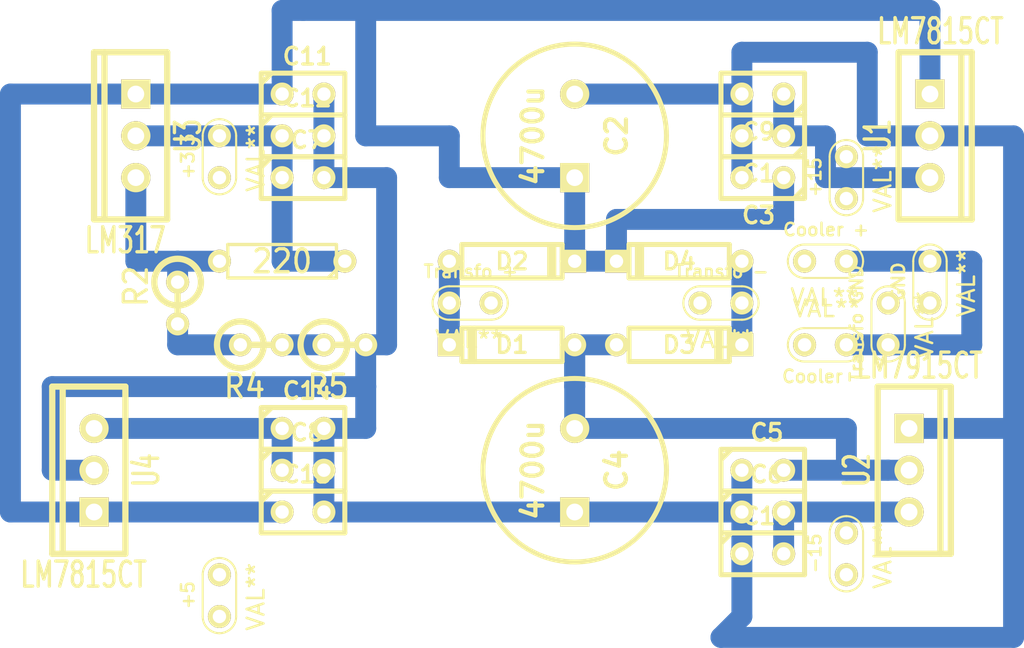
<source format=kicad_pcb>
(kicad_pcb (version 3) (host pcbnew "(2013-07-07 BZR 4022)-stable")

  (general
    (links 44)
    (no_connects 0)
    (area 189.865 71.2724 250.127346 106.5276)
    (thickness 1.6)
    (drawings 0)
    (tracks 89)
    (zones 0)
    (modules 36)
    (nets 13)
  )

  (page A3)
  (layers
    (15 F.Cu signal)
    (0 B.Cu signal)
    (16 B.Adhes user)
    (17 F.Adhes user)
    (18 B.Paste user)
    (19 F.Paste user)
    (20 B.SilkS user)
    (21 F.SilkS user)
    (22 B.Mask user)
    (23 F.Mask user)
    (24 Dwgs.User user)
    (25 Cmts.User user)
    (26 Eco1.User user)
    (27 Eco2.User user)
    (28 Edge.Cuts user)
  )

  (setup
    (last_trace_width 1.27)
    (user_trace_width 1.27)
    (trace_clearance 0.254)
    (zone_clearance 0.508)
    (zone_45_only no)
    (trace_min 0.254)
    (segment_width 0.2)
    (edge_width 0.1)
    (via_size 0.889)
    (via_drill 0.635)
    (via_min_size 0.889)
    (via_min_drill 0.508)
    (uvia_size 0.508)
    (uvia_drill 0.127)
    (uvias_allowed no)
    (uvia_min_size 0.508)
    (uvia_min_drill 0.127)
    (pcb_text_width 0.3)
    (pcb_text_size 1.5 1.5)
    (mod_edge_width 0.15)
    (mod_text_size 1 1)
    (mod_text_width 0.15)
    (pad_size 1.5 1.5)
    (pad_drill 0.6)
    (pad_to_mask_clearance 0)
    (aux_axis_origin 0 0)
    (visible_elements 7FFFFFFF)
    (pcbplotparams
      (layerselection 3178497)
      (usegerberextensions true)
      (excludeedgelayer true)
      (linewidth 0.150000)
      (plotframeref false)
      (viasonmask false)
      (mode 1)
      (useauxorigin false)
      (hpglpennumber 1)
      (hpglpenspeed 20)
      (hpglpendiameter 15)
      (hpglpenoverlay 2)
      (psnegative false)
      (psa4output false)
      (plotreference true)
      (plotvalue true)
      (plotothertext true)
      (plotinvisibletext false)
      (padsonsilk false)
      (subtractmaskfromsilk false)
      (outputformat 1)
      (mirror false)
      (drillshape 1)
      (scaleselection 1)
      (outputdirectory ""))
  )

  (net 0 "")
  (net 1 /+15)
  (net 2 /+3.3)
  (net 3 /+5)
  (net 4 /-15)
  (net 5 /-V)
  (net 6 "/Tranfo +")
  (net 7 "/Tranfo -")
  (net 8 GND)
  (net 9 N-000003)
  (net 10 N-000005)
  (net 11 N-000006)
  (net 12 N-000007)

  (net_class Default "This is the default net class."
    (clearance 0.254)
    (trace_width 0.254)
    (via_dia 0.889)
    (via_drill 0.635)
    (uvia_dia 0.508)
    (uvia_drill 0.127)
    (add_net "")
    (add_net /+15)
    (add_net /+3.3)
    (add_net /+5)
    (add_net /-15)
    (add_net /-V)
    (add_net "/Tranfo +")
    (add_net "/Tranfo -")
    (add_net GND)
    (add_net N-000003)
    (add_net N-000005)
    (add_net N-000006)
    (add_net N-000007)
  )

  (module TO220_VERT (layer F.Cu) (tedit 5335A60D) (tstamp 53333927)
    (at 190.5 99.06 180)
    (descr "Regulateur TO220 serie LM78xx")
    (tags "TR TO220")
    (path /532C79C7)
    (fp_text reference U4 (at -3.175 0 270) (layer F.SilkS)
      (effects (font (size 1.524 1.016) (thickness 0.2032)))
    )
    (fp_text value LM7815CT (at 0.635 -6.35 180) (layer F.SilkS)
      (effects (font (size 1.524 1.016) (thickness 0.2032)))
    )
    (fp_line (start 1.905 -5.08) (end 2.54 -5.08) (layer F.SilkS) (width 0.381))
    (fp_line (start 2.54 -5.08) (end 2.54 5.08) (layer F.SilkS) (width 0.381))
    (fp_line (start 2.54 5.08) (end 1.905 5.08) (layer F.SilkS) (width 0.381))
    (fp_line (start -1.905 -5.08) (end 1.905 -5.08) (layer F.SilkS) (width 0.381))
    (fp_line (start 1.905 -5.08) (end 1.905 5.08) (layer F.SilkS) (width 0.381))
    (fp_line (start 1.905 5.08) (end -1.905 5.08) (layer F.SilkS) (width 0.381))
    (fp_line (start -1.905 5.08) (end -1.905 -5.08) (layer F.SilkS) (width 0.381))
    (pad 2 thru_hole circle (at 0 0 180) (size 1.778 1.778) (drill 1.016)
      (layers *.Cu *.Mask F.SilkS)
      (net 8 GND)
    )
    (pad 3 thru_hole circle (at 0 2.54 180) (size 1.778 1.778) (drill 1.016)
      (layers *.Cu *.Mask F.SilkS)
      (net 3 /+5)
    )
    (pad 1 thru_hole rect (at 0 -2.54 180) (size 1.778 1.778) (drill 1.016)
      (layers *.Cu *.Mask F.SilkS)
      (net 9 N-000003)
    )
  )

  (module TO220_VERT (layer F.Cu) (tedit 5335A6BE) (tstamp 53333935)
    (at 240.03 99.06)
    (descr "Regulateur TO220 serie LM78xx")
    (tags "TR TO220")
    (path /532C69D0)
    (fp_text reference U2 (at -3.175 0 90) (layer F.SilkS)
      (effects (font (size 1.524 1.016) (thickness 0.2032)))
    )
    (fp_text value LM7915CT (at 0.635 -6.35) (layer F.SilkS)
      (effects (font (size 1.524 1.016) (thickness 0.2032)))
    )
    (fp_line (start 1.905 -5.08) (end 2.54 -5.08) (layer F.SilkS) (width 0.381))
    (fp_line (start 2.54 -5.08) (end 2.54 5.08) (layer F.SilkS) (width 0.381))
    (fp_line (start 2.54 5.08) (end 1.905 5.08) (layer F.SilkS) (width 0.381))
    (fp_line (start -1.905 -5.08) (end 1.905 -5.08) (layer F.SilkS) (width 0.381))
    (fp_line (start 1.905 -5.08) (end 1.905 5.08) (layer F.SilkS) (width 0.381))
    (fp_line (start 1.905 5.08) (end -1.905 5.08) (layer F.SilkS) (width 0.381))
    (fp_line (start -1.905 5.08) (end -1.905 -5.08) (layer F.SilkS) (width 0.381))
    (pad 2 thru_hole circle (at 0 0) (size 1.778 1.778) (drill 1.016)
      (layers *.Cu *.Mask F.SilkS)
      (net 5 /-V)
    )
    (pad 3 thru_hole circle (at 0 2.54) (size 1.778 1.778) (drill 1.016)
      (layers *.Cu *.Mask F.SilkS)
      (net 4 /-15)
    )
    (pad 1 thru_hole rect (at 0 -2.54) (size 1.778 1.778) (drill 1.016)
      (layers *.Cu *.Mask F.SilkS)
      (net 8 GND)
    )
  )

  (module TO220_VERT (layer F.Cu) (tedit 5335A63C) (tstamp 53333943)
    (at 241.3 78.74)
    (descr "Regulateur TO220 serie LM78xx")
    (tags "TR TO220")
    (path /532C69C1)
    (fp_text reference U1 (at -3.175 0 90) (layer F.SilkS)
      (effects (font (size 1.524 1.016) (thickness 0.2032)))
    )
    (fp_text value LM7815CT (at 0.635 -6.35) (layer F.SilkS)
      (effects (font (size 1.524 1.016) (thickness 0.2032)))
    )
    (fp_line (start 1.905 -5.08) (end 2.54 -5.08) (layer F.SilkS) (width 0.381))
    (fp_line (start 2.54 -5.08) (end 2.54 5.08) (layer F.SilkS) (width 0.381))
    (fp_line (start 2.54 5.08) (end 1.905 5.08) (layer F.SilkS) (width 0.381))
    (fp_line (start -1.905 -5.08) (end 1.905 -5.08) (layer F.SilkS) (width 0.381))
    (fp_line (start 1.905 -5.08) (end 1.905 5.08) (layer F.SilkS) (width 0.381))
    (fp_line (start 1.905 5.08) (end -1.905 5.08) (layer F.SilkS) (width 0.381))
    (fp_line (start -1.905 5.08) (end -1.905 -5.08) (layer F.SilkS) (width 0.381))
    (pad 2 thru_hole circle (at 0 0) (size 1.778 1.778) (drill 1.016)
      (layers *.Cu *.Mask F.SilkS)
      (net 8 GND)
    )
    (pad 3 thru_hole circle (at 0 2.54) (size 1.778 1.778) (drill 1.016)
      (layers *.Cu *.Mask F.SilkS)
      (net 1 /+15)
    )
    (pad 1 thru_hole rect (at 0 -2.54) (size 1.778 1.778) (drill 1.016)
      (layers *.Cu *.Mask F.SilkS)
      (net 9 N-000003)
    )
  )

  (module TO220_VERT (layer F.Cu) (tedit 43A66C96) (tstamp 53333951)
    (at 193.04 78.74 180)
    (descr "Regulateur TO220 serie LM78xx")
    (tags "TR TO220")
    (path /532C69B2)
    (fp_text reference U3 (at -3.175 0 270) (layer F.SilkS)
      (effects (font (size 1.524 1.016) (thickness 0.2032)))
    )
    (fp_text value LM317 (at 0.635 -6.35 180) (layer F.SilkS)
      (effects (font (size 1.524 1.016) (thickness 0.2032)))
    )
    (fp_line (start 1.905 -5.08) (end 2.54 -5.08) (layer F.SilkS) (width 0.381))
    (fp_line (start 2.54 -5.08) (end 2.54 5.08) (layer F.SilkS) (width 0.381))
    (fp_line (start 2.54 5.08) (end 1.905 5.08) (layer F.SilkS) (width 0.381))
    (fp_line (start -1.905 -5.08) (end 1.905 -5.08) (layer F.SilkS) (width 0.381))
    (fp_line (start 1.905 -5.08) (end 1.905 5.08) (layer F.SilkS) (width 0.381))
    (fp_line (start 1.905 5.08) (end -1.905 5.08) (layer F.SilkS) (width 0.381))
    (fp_line (start -1.905 5.08) (end -1.905 -5.08) (layer F.SilkS) (width 0.381))
    (pad 2 thru_hole circle (at 0 -2.54 180) (size 1.778 1.778) (drill 1.016)
      (layers *.Cu *.Mask F.SilkS)
      (net 11 N-000006)
    )
    (pad 3 thru_hole circle (at 0 0 180) (size 1.778 1.778) (drill 1.016)
      (layers *.Cu *.Mask F.SilkS)
      (net 2 /+3.3)
    )
    (pad 1 thru_hole rect (at 0 2.54 180) (size 1.778 1.778) (drill 1.016)
      (layers *.Cu *.Mask F.SilkS)
      (net 9 N-000003)
    )
  )

  (module R3 (layer F.Cu) (tedit 5333404C) (tstamp 5333395F)
    (at 201.93 86.36 180)
    (descr "Resitance 3 pas")
    (tags R)
    (path /532C6DA5)
    (autoplace_cost180 10)
    (fp_text reference R1 (at 0 0.127 180) (layer F.SilkS) hide
      (effects (font (size 1.397 1.27) (thickness 0.2032)))
    )
    (fp_text value 220 (at 0 0 180) (layer F.SilkS)
      (effects (font (size 1.397 1.27) (thickness 0.2032)))
    )
    (fp_line (start -3.81 0) (end -3.302 0) (layer F.SilkS) (width 0.2032))
    (fp_line (start 3.81 0) (end 3.302 0) (layer F.SilkS) (width 0.2032))
    (fp_line (start 3.302 0) (end 3.302 -1.016) (layer F.SilkS) (width 0.2032))
    (fp_line (start 3.302 -1.016) (end -3.302 -1.016) (layer F.SilkS) (width 0.2032))
    (fp_line (start -3.302 -1.016) (end -3.302 1.016) (layer F.SilkS) (width 0.2032))
    (fp_line (start -3.302 1.016) (end 3.302 1.016) (layer F.SilkS) (width 0.2032))
    (fp_line (start 3.302 1.016) (end 3.302 0) (layer F.SilkS) (width 0.2032))
    (fp_line (start -3.302 -0.508) (end -2.794 -1.016) (layer F.SilkS) (width 0.2032))
    (pad 1 thru_hole circle (at -3.81 0 180) (size 1.397 1.397) (drill 0.8128)
      (layers *.Cu *.Mask F.SilkS)
      (net 2 /+3.3)
    )
    (pad 2 thru_hole circle (at 3.81 0 180) (size 1.397 1.397) (drill 0.8128)
      (layers *.Cu *.Mask F.SilkS)
      (net 11 N-000006)
    )
    (model discret/resistor.wrl
      (at (xyz 0 0 0))
      (scale (xyz 0.3 0.3 0.3))
      (rotate (xyz 0 0 0))
    )
  )

  (module R1 (layer F.Cu) (tedit 200000) (tstamp 53333967)
    (at 205.74 91.44)
    (descr "Resistance verticale")
    (tags R)
    (path /532CAD1F)
    (autoplace_cost90 10)
    (autoplace_cost180 10)
    (fp_text reference R5 (at -1.016 2.54) (layer F.SilkS)
      (effects (font (size 1.397 1.27) (thickness 0.2032)))
    )
    (fp_text value 120 (at -1.143 2.54) (layer F.SilkS) hide
      (effects (font (size 1.397 1.27) (thickness 0.2032)))
    )
    (fp_line (start -1.27 0) (end 1.27 0) (layer F.SilkS) (width 0.381))
    (fp_circle (center -1.27 0) (end -0.635 1.27) (layer F.SilkS) (width 0.381))
    (pad 1 thru_hole circle (at -1.27 0) (size 1.397 1.397) (drill 0.8128)
      (layers *.Cu *.Mask F.SilkS)
      (net 12 N-000007)
    )
    (pad 2 thru_hole circle (at 1.27 0) (size 1.397 1.397) (drill 0.8128)
      (layers *.Cu *.Mask F.SilkS)
      (net 8 GND)
    )
    (model discret/verti_resistor.wrl
      (at (xyz 0 0 0))
      (scale (xyz 1 1 1))
      (rotate (xyz 0 0 0))
    )
  )

  (module R1 (layer F.Cu) (tedit 200000) (tstamp 5333396F)
    (at 200.66 91.44)
    (descr "Resistance verticale")
    (tags R)
    (path /532CAD19)
    (autoplace_cost90 10)
    (autoplace_cost180 10)
    (fp_text reference R4 (at -1.016 2.54) (layer F.SilkS)
      (effects (font (size 1.397 1.27) (thickness 0.2032)))
    )
    (fp_text value 120 (at -1.143 2.54) (layer F.SilkS) hide
      (effects (font (size 1.397 1.27) (thickness 0.2032)))
    )
    (fp_line (start -1.27 0) (end 1.27 0) (layer F.SilkS) (width 0.381))
    (fp_circle (center -1.27 0) (end -0.635 1.27) (layer F.SilkS) (width 0.381))
    (pad 1 thru_hole circle (at -1.27 0) (size 1.397 1.397) (drill 0.8128)
      (layers *.Cu *.Mask F.SilkS)
      (net 10 N-000005)
    )
    (pad 2 thru_hole circle (at 1.27 0) (size 1.397 1.397) (drill 0.8128)
      (layers *.Cu *.Mask F.SilkS)
      (net 12 N-000007)
    )
    (model discret/verti_resistor.wrl
      (at (xyz 0 0 0))
      (scale (xyz 1 1 1))
      (rotate (xyz 0 0 0))
    )
  )

  (module R1 (layer F.Cu) (tedit 200000) (tstamp 53333977)
    (at 195.58 88.9 270)
    (descr "Resistance verticale")
    (tags R)
    (path /532C6D9F)
    (autoplace_cost90 10)
    (autoplace_cost180 10)
    (fp_text reference R2 (at -1.016 2.54 270) (layer F.SilkS)
      (effects (font (size 1.397 1.27) (thickness 0.2032)))
    )
    (fp_text value 120 (at -1.143 2.54 270) (layer F.SilkS) hide
      (effects (font (size 1.397 1.27) (thickness 0.2032)))
    )
    (fp_line (start -1.27 0) (end 1.27 0) (layer F.SilkS) (width 0.381))
    (fp_circle (center -1.27 0) (end -0.635 1.27) (layer F.SilkS) (width 0.381))
    (pad 1 thru_hole circle (at -1.27 0 270) (size 1.397 1.397) (drill 0.8128)
      (layers *.Cu *.Mask F.SilkS)
      (net 11 N-000006)
    )
    (pad 2 thru_hole circle (at 1.27 0 270) (size 1.397 1.397) (drill 0.8128)
      (layers *.Cu *.Mask F.SilkS)
      (net 10 N-000005)
    )
    (model discret/verti_resistor.wrl
      (at (xyz 0 0 0))
      (scale (xyz 1 1 1))
      (rotate (xyz 0 0 0))
    )
  )

  (module D3 (layer F.Cu) (tedit 200000) (tstamp 53333987)
    (at 215.9 86.36)
    (descr "Diode 3 pas")
    (tags "DIODE DEV")
    (path /532C68E5)
    (fp_text reference D2 (at 0 0) (layer F.SilkS)
      (effects (font (size 1.016 1.016) (thickness 0.2032)))
    )
    (fp_text value DIODE (at 0 0) (layer F.SilkS) hide
      (effects (font (size 1.016 1.016) (thickness 0.2032)))
    )
    (fp_line (start 3.81 0) (end 3.048 0) (layer F.SilkS) (width 0.3048))
    (fp_line (start 3.048 0) (end 3.048 -1.016) (layer F.SilkS) (width 0.3048))
    (fp_line (start 3.048 -1.016) (end -3.048 -1.016) (layer F.SilkS) (width 0.3048))
    (fp_line (start -3.048 -1.016) (end -3.048 0) (layer F.SilkS) (width 0.3048))
    (fp_line (start -3.048 0) (end -3.81 0) (layer F.SilkS) (width 0.3048))
    (fp_line (start -3.048 0) (end -3.048 1.016) (layer F.SilkS) (width 0.3048))
    (fp_line (start -3.048 1.016) (end 3.048 1.016) (layer F.SilkS) (width 0.3048))
    (fp_line (start 3.048 1.016) (end 3.048 0) (layer F.SilkS) (width 0.3048))
    (fp_line (start 2.54 -1.016) (end 2.54 1.016) (layer F.SilkS) (width 0.3048))
    (fp_line (start 2.286 1.016) (end 2.286 -1.016) (layer F.SilkS) (width 0.3048))
    (pad 2 thru_hole rect (at 3.81 0) (size 1.397 1.397) (drill 0.8128)
      (layers *.Cu *.Mask F.SilkS)
      (net 9 N-000003)
    )
    (pad 1 thru_hole circle (at -3.81 0) (size 1.397 1.397) (drill 0.8128)
      (layers *.Cu *.Mask F.SilkS)
      (net 6 "/Tranfo +")
    )
    (model discret/diode.wrl
      (at (xyz 0 0 0))
      (scale (xyz 0.3 0.3 0.3))
      (rotate (xyz 0 0 0))
    )
  )

  (module D3 (layer F.Cu) (tedit 200000) (tstamp 53333997)
    (at 226.06 91.44)
    (descr "Diode 3 pas")
    (tags "DIODE DEV")
    (path /532C690D)
    (fp_text reference D3 (at 0 0) (layer F.SilkS)
      (effects (font (size 1.016 1.016) (thickness 0.2032)))
    )
    (fp_text value DIODE (at 0 0) (layer F.SilkS) hide
      (effects (font (size 1.016 1.016) (thickness 0.2032)))
    )
    (fp_line (start 3.81 0) (end 3.048 0) (layer F.SilkS) (width 0.3048))
    (fp_line (start 3.048 0) (end 3.048 -1.016) (layer F.SilkS) (width 0.3048))
    (fp_line (start 3.048 -1.016) (end -3.048 -1.016) (layer F.SilkS) (width 0.3048))
    (fp_line (start -3.048 -1.016) (end -3.048 0) (layer F.SilkS) (width 0.3048))
    (fp_line (start -3.048 0) (end -3.81 0) (layer F.SilkS) (width 0.3048))
    (fp_line (start -3.048 0) (end -3.048 1.016) (layer F.SilkS) (width 0.3048))
    (fp_line (start -3.048 1.016) (end 3.048 1.016) (layer F.SilkS) (width 0.3048))
    (fp_line (start 3.048 1.016) (end 3.048 0) (layer F.SilkS) (width 0.3048))
    (fp_line (start 2.54 -1.016) (end 2.54 1.016) (layer F.SilkS) (width 0.3048))
    (fp_line (start 2.286 1.016) (end 2.286 -1.016) (layer F.SilkS) (width 0.3048))
    (pad 2 thru_hole rect (at 3.81 0) (size 1.397 1.397) (drill 0.8128)
      (layers *.Cu *.Mask F.SilkS)
      (net 7 "/Tranfo -")
    )
    (pad 1 thru_hole circle (at -3.81 0) (size 1.397 1.397) (drill 0.8128)
      (layers *.Cu *.Mask F.SilkS)
      (net 5 /-V)
    )
    (model discret/diode.wrl
      (at (xyz 0 0 0))
      (scale (xyz 0.3 0.3 0.3))
      (rotate (xyz 0 0 0))
    )
  )

  (module D3 (layer F.Cu) (tedit 53333BBC) (tstamp 533339A7)
    (at 215.9 91.44 180)
    (descr "Diode 3 pas")
    (tags "DIODE DEV")
    (path /532C6907)
    (fp_text reference D1 (at 0 0 180) (layer F.SilkS)
      (effects (font (size 1.016 1.016) (thickness 0.2032)))
    )
    (fp_text value DIODE (at 0 0 180) (layer F.SilkS) hide
      (effects (font (size 1.016 1.016) (thickness 0.2032)))
    )
    (fp_line (start 3.81 0) (end 3.048 0) (layer F.SilkS) (width 0.3048))
    (fp_line (start 3.048 0) (end 3.048 -1.016) (layer F.SilkS) (width 0.3048))
    (fp_line (start 3.048 -1.016) (end -3.048 -1.016) (layer F.SilkS) (width 0.3048))
    (fp_line (start -3.048 -1.016) (end -3.048 0) (layer F.SilkS) (width 0.3048))
    (fp_line (start -3.048 0) (end -3.81 0) (layer F.SilkS) (width 0.3048))
    (fp_line (start -3.048 0) (end -3.048 1.016) (layer F.SilkS) (width 0.3048))
    (fp_line (start -3.048 1.016) (end 3.048 1.016) (layer F.SilkS) (width 0.3048))
    (fp_line (start 3.048 1.016) (end 3.048 0) (layer F.SilkS) (width 0.3048))
    (fp_line (start 2.54 -1.016) (end 2.54 1.016) (layer F.SilkS) (width 0.3048))
    (fp_line (start 2.286 1.016) (end 2.286 -1.016) (layer F.SilkS) (width 0.3048))
    (pad 2 thru_hole rect (at 3.81 0 180) (size 1.397 1.397) (drill 0.8128)
      (layers *.Cu *.Mask F.SilkS)
      (net 6 "/Tranfo +")
    )
    (pad 1 thru_hole circle (at -3.81 0 180) (size 1.397 1.397) (drill 0.8128)
      (layers *.Cu *.Mask F.SilkS)
      (net 5 /-V)
    )
    (model discret/diode.wrl
      (at (xyz 0 0 0))
      (scale (xyz 0.3 0.3 0.3))
      (rotate (xyz 0 0 0))
    )
  )

  (module D3 (layer F.Cu) (tedit 200000) (tstamp 533339B7)
    (at 226.06 86.36 180)
    (descr "Diode 3 pas")
    (tags "DIODE DEV")
    (path /532C68F7)
    (fp_text reference D4 (at 0 0 180) (layer F.SilkS)
      (effects (font (size 1.016 1.016) (thickness 0.2032)))
    )
    (fp_text value DIODE (at 0 0 180) (layer F.SilkS) hide
      (effects (font (size 1.016 1.016) (thickness 0.2032)))
    )
    (fp_line (start 3.81 0) (end 3.048 0) (layer F.SilkS) (width 0.3048))
    (fp_line (start 3.048 0) (end 3.048 -1.016) (layer F.SilkS) (width 0.3048))
    (fp_line (start 3.048 -1.016) (end -3.048 -1.016) (layer F.SilkS) (width 0.3048))
    (fp_line (start -3.048 -1.016) (end -3.048 0) (layer F.SilkS) (width 0.3048))
    (fp_line (start -3.048 0) (end -3.81 0) (layer F.SilkS) (width 0.3048))
    (fp_line (start -3.048 0) (end -3.048 1.016) (layer F.SilkS) (width 0.3048))
    (fp_line (start -3.048 1.016) (end 3.048 1.016) (layer F.SilkS) (width 0.3048))
    (fp_line (start 3.048 1.016) (end 3.048 0) (layer F.SilkS) (width 0.3048))
    (fp_line (start 2.54 -1.016) (end 2.54 1.016) (layer F.SilkS) (width 0.3048))
    (fp_line (start 2.286 1.016) (end 2.286 -1.016) (layer F.SilkS) (width 0.3048))
    (pad 2 thru_hole rect (at 3.81 0 180) (size 1.397 1.397) (drill 0.8128)
      (layers *.Cu *.Mask F.SilkS)
      (net 9 N-000003)
    )
    (pad 1 thru_hole circle (at -3.81 0 180) (size 1.397 1.397) (drill 0.8128)
      (layers *.Cu *.Mask F.SilkS)
      (net 7 "/Tranfo -")
    )
    (model discret/diode.wrl
      (at (xyz 0 0 0))
      (scale (xyz 0.3 0.3 0.3))
      (rotate (xyz 0 0 0))
    )
  )

  (module C1 (layer F.Cu) (tedit 3F92C496) (tstamp 533339D8)
    (at 203.2 76.2)
    (descr "Condensateur e = 1 pas")
    (tags C)
    (path /53333A82)
    (fp_text reference C11 (at 0.254 -2.286) (layer F.SilkS)
      (effects (font (size 1.016 1.016) (thickness 0.2032)))
    )
    (fp_text value 100n (at 0 -2.286) (layer F.SilkS) hide
      (effects (font (size 1.016 1.016) (thickness 0.2032)))
    )
    (fp_line (start -2.4892 -1.27) (end 2.54 -1.27) (layer F.SilkS) (width 0.3048))
    (fp_line (start 2.54 -1.27) (end 2.54 1.27) (layer F.SilkS) (width 0.3048))
    (fp_line (start 2.54 1.27) (end -2.54 1.27) (layer F.SilkS) (width 0.3048))
    (fp_line (start -2.54 1.27) (end -2.54 -1.27) (layer F.SilkS) (width 0.3048))
    (fp_line (start -2.54 -0.635) (end -1.905 -1.27) (layer F.SilkS) (width 0.3048))
    (pad 1 thru_hole circle (at -1.27 0) (size 1.397 1.397) (drill 0.8128)
      (layers *.Cu *.Mask F.SilkS)
      (net 9 N-000003)
    )
    (pad 2 thru_hole circle (at 1.27 0) (size 1.397 1.397) (drill 0.8128)
      (layers *.Cu *.Mask F.SilkS)
      (net 8 GND)
    )
    (model discret/capa_1_pas.wrl
      (at (xyz 0 0 0))
      (scale (xyz 1 1 1))
      (rotate (xyz 0 0 0))
    )
  )

  (module C1 (layer F.Cu) (tedit 3F92C496) (tstamp 533339E3)
    (at 203.2 96.52)
    (descr "Condensateur e = 1 pas")
    (tags C)
    (path /5333399B)
    (fp_text reference C14 (at 0.254 -2.286) (layer F.SilkS)
      (effects (font (size 1.016 1.016) (thickness 0.2032)))
    )
    (fp_text value 0.1u (at 0 -2.286) (layer F.SilkS) hide
      (effects (font (size 1.016 1.016) (thickness 0.2032)))
    )
    (fp_line (start -2.4892 -1.27) (end 2.54 -1.27) (layer F.SilkS) (width 0.3048))
    (fp_line (start 2.54 -1.27) (end 2.54 1.27) (layer F.SilkS) (width 0.3048))
    (fp_line (start 2.54 1.27) (end -2.54 1.27) (layer F.SilkS) (width 0.3048))
    (fp_line (start -2.54 1.27) (end -2.54 -1.27) (layer F.SilkS) (width 0.3048))
    (fp_line (start -2.54 -0.635) (end -1.905 -1.27) (layer F.SilkS) (width 0.3048))
    (pad 1 thru_hole circle (at -1.27 0) (size 1.397 1.397) (drill 0.8128)
      (layers *.Cu *.Mask F.SilkS)
      (net 3 /+5)
    )
    (pad 2 thru_hole circle (at 1.27 0) (size 1.397 1.397) (drill 0.8128)
      (layers *.Cu *.Mask F.SilkS)
      (net 8 GND)
    )
    (model discret/capa_1_pas.wrl
      (at (xyz 0 0 0))
      (scale (xyz 1 1 1))
      (rotate (xyz 0 0 0))
    )
  )

  (module C1 (layer F.Cu) (tedit 3F92C496) (tstamp 533339EE)
    (at 203.2 78.74)
    (descr "Condensateur e = 1 pas")
    (tags C)
    (path /53333875)
    (fp_text reference C12 (at 0.254 -2.286) (layer F.SilkS)
      (effects (font (size 1.016 1.016) (thickness 0.2032)))
    )
    (fp_text value 0.1u (at 0 -2.286) (layer F.SilkS) hide
      (effects (font (size 1.016 1.016) (thickness 0.2032)))
    )
    (fp_line (start -2.4892 -1.27) (end 2.54 -1.27) (layer F.SilkS) (width 0.3048))
    (fp_line (start 2.54 -1.27) (end 2.54 1.27) (layer F.SilkS) (width 0.3048))
    (fp_line (start 2.54 1.27) (end -2.54 1.27) (layer F.SilkS) (width 0.3048))
    (fp_line (start -2.54 1.27) (end -2.54 -1.27) (layer F.SilkS) (width 0.3048))
    (fp_line (start -2.54 -0.635) (end -1.905 -1.27) (layer F.SilkS) (width 0.3048))
    (pad 1 thru_hole circle (at -1.27 0) (size 1.397 1.397) (drill 0.8128)
      (layers *.Cu *.Mask F.SilkS)
      (net 2 /+3.3)
    )
    (pad 2 thru_hole circle (at 1.27 0) (size 1.397 1.397) (drill 0.8128)
      (layers *.Cu *.Mask F.SilkS)
      (net 8 GND)
    )
    (model discret/capa_1_pas.wrl
      (at (xyz 0 0 0))
      (scale (xyz 1 1 1))
      (rotate (xyz 0 0 0))
    )
  )

  (module C1 (layer F.Cu) (tedit 3F92C496) (tstamp 533339F9)
    (at 231.14 104.14)
    (descr "Condensateur e = 1 pas")
    (tags C)
    (path /533337EA)
    (fp_text reference C10 (at 0.254 -2.286) (layer F.SilkS)
      (effects (font (size 1.016 1.016) (thickness 0.2032)))
    )
    (fp_text value 0.1u (at 0 -2.286) (layer F.SilkS) hide
      (effects (font (size 1.016 1.016) (thickness 0.2032)))
    )
    (fp_line (start -2.4892 -1.27) (end 2.54 -1.27) (layer F.SilkS) (width 0.3048))
    (fp_line (start 2.54 -1.27) (end 2.54 1.27) (layer F.SilkS) (width 0.3048))
    (fp_line (start 2.54 1.27) (end -2.54 1.27) (layer F.SilkS) (width 0.3048))
    (fp_line (start -2.54 1.27) (end -2.54 -1.27) (layer F.SilkS) (width 0.3048))
    (fp_line (start -2.54 -0.635) (end -1.905 -1.27) (layer F.SilkS) (width 0.3048))
    (pad 1 thru_hole circle (at -1.27 0) (size 1.397 1.397) (drill 0.8128)
      (layers *.Cu *.Mask F.SilkS)
      (net 8 GND)
    )
    (pad 2 thru_hole circle (at 1.27 0) (size 1.397 1.397) (drill 0.8128)
      (layers *.Cu *.Mask F.SilkS)
      (net 4 /-15)
    )
    (model discret/capa_1_pas.wrl
      (at (xyz 0 0 0))
      (scale (xyz 1 1 1))
      (rotate (xyz 0 0 0))
    )
  )

  (module C1 (layer F.Cu) (tedit 3F92C496) (tstamp 53333A04)
    (at 231.14 76.2 180)
    (descr "Condensateur e = 1 pas")
    (tags C)
    (path /53333765)
    (fp_text reference C9 (at 0.254 -2.286 180) (layer F.SilkS)
      (effects (font (size 1.016 1.016) (thickness 0.2032)))
    )
    (fp_text value 0.1u (at 0 -2.286 180) (layer F.SilkS) hide
      (effects (font (size 1.016 1.016) (thickness 0.2032)))
    )
    (fp_line (start -2.4892 -1.27) (end 2.54 -1.27) (layer F.SilkS) (width 0.3048))
    (fp_line (start 2.54 -1.27) (end 2.54 1.27) (layer F.SilkS) (width 0.3048))
    (fp_line (start 2.54 1.27) (end -2.54 1.27) (layer F.SilkS) (width 0.3048))
    (fp_line (start -2.54 1.27) (end -2.54 -1.27) (layer F.SilkS) (width 0.3048))
    (fp_line (start -2.54 -0.635) (end -1.905 -1.27) (layer F.SilkS) (width 0.3048))
    (pad 1 thru_hole circle (at -1.27 0 180) (size 1.397 1.397) (drill 0.8128)
      (layers *.Cu *.Mask F.SilkS)
      (net 1 /+15)
    )
    (pad 2 thru_hole circle (at 1.27 0 180) (size 1.397 1.397) (drill 0.8128)
      (layers *.Cu *.Mask F.SilkS)
      (net 8 GND)
    )
    (model discret/capa_1_pas.wrl
      (at (xyz 0 0 0))
      (scale (xyz 1 1 1))
      (rotate (xyz 0 0 0))
    )
  )

  (module C1 (layer F.Cu) (tedit 3F92C496) (tstamp 53333A0F)
    (at 203.2 101.6)
    (descr "Condensateur e = 1 pas")
    (tags C)
    (path /53333B18)
    (fp_text reference C13 (at 0.254 -2.286) (layer F.SilkS)
      (effects (font (size 1.016 1.016) (thickness 0.2032)))
    )
    (fp_text value 100n (at 0 -2.286) (layer F.SilkS) hide
      (effects (font (size 1.016 1.016) (thickness 0.2032)))
    )
    (fp_line (start -2.4892 -1.27) (end 2.54 -1.27) (layer F.SilkS) (width 0.3048))
    (fp_line (start 2.54 -1.27) (end 2.54 1.27) (layer F.SilkS) (width 0.3048))
    (fp_line (start 2.54 1.27) (end -2.54 1.27) (layer F.SilkS) (width 0.3048))
    (fp_line (start -2.54 1.27) (end -2.54 -1.27) (layer F.SilkS) (width 0.3048))
    (fp_line (start -2.54 -0.635) (end -1.905 -1.27) (layer F.SilkS) (width 0.3048))
    (pad 1 thru_hole circle (at -1.27 0) (size 1.397 1.397) (drill 0.8128)
      (layers *.Cu *.Mask F.SilkS)
      (net 9 N-000003)
    )
    (pad 2 thru_hole circle (at 1.27 0) (size 1.397 1.397) (drill 0.8128)
      (layers *.Cu *.Mask F.SilkS)
      (net 8 GND)
    )
    (model discret/capa_1_pas.wrl
      (at (xyz 0 0 0))
      (scale (xyz 1 1 1))
      (rotate (xyz 0 0 0))
    )
  )

  (module C1 (layer F.Cu) (tedit 3F92C496) (tstamp 53333A1A)
    (at 203.2 99.06)
    (descr "Condensateur e = 1 pas")
    (tags C)
    (path /532C6BF1)
    (fp_text reference C8 (at 0.254 -2.286) (layer F.SilkS)
      (effects (font (size 1.016 1.016) (thickness 0.2032)))
    )
    (fp_text value 100u (at 0 -2.286) (layer F.SilkS) hide
      (effects (font (size 1.016 1.016) (thickness 0.2032)))
    )
    (fp_line (start -2.4892 -1.27) (end 2.54 -1.27) (layer F.SilkS) (width 0.3048))
    (fp_line (start 2.54 -1.27) (end 2.54 1.27) (layer F.SilkS) (width 0.3048))
    (fp_line (start 2.54 1.27) (end -2.54 1.27) (layer F.SilkS) (width 0.3048))
    (fp_line (start -2.54 1.27) (end -2.54 -1.27) (layer F.SilkS) (width 0.3048))
    (fp_line (start -2.54 -0.635) (end -1.905 -1.27) (layer F.SilkS) (width 0.3048))
    (pad 1 thru_hole circle (at -1.27 0) (size 1.397 1.397) (drill 0.8128)
      (layers *.Cu *.Mask F.SilkS)
      (net 3 /+5)
    )
    (pad 2 thru_hole circle (at 1.27 0) (size 1.397 1.397) (drill 0.8128)
      (layers *.Cu *.Mask F.SilkS)
      (net 8 GND)
    )
    (model discret/capa_1_pas.wrl
      (at (xyz 0 0 0))
      (scale (xyz 1 1 1))
      (rotate (xyz 0 0 0))
    )
  )

  (module C1 (layer F.Cu) (tedit 3F92C496) (tstamp 53333A25)
    (at 203.2 81.28)
    (descr "Condensateur e = 1 pas")
    (tags C)
    (path /532C6BEB)
    (fp_text reference C7 (at 0.254 -2.286) (layer F.SilkS)
      (effects (font (size 1.016 1.016) (thickness 0.2032)))
    )
    (fp_text value 100u (at 0 -2.286) (layer F.SilkS) hide
      (effects (font (size 1.016 1.016) (thickness 0.2032)))
    )
    (fp_line (start -2.4892 -1.27) (end 2.54 -1.27) (layer F.SilkS) (width 0.3048))
    (fp_line (start 2.54 -1.27) (end 2.54 1.27) (layer F.SilkS) (width 0.3048))
    (fp_line (start 2.54 1.27) (end -2.54 1.27) (layer F.SilkS) (width 0.3048))
    (fp_line (start -2.54 1.27) (end -2.54 -1.27) (layer F.SilkS) (width 0.3048))
    (fp_line (start -2.54 -0.635) (end -1.905 -1.27) (layer F.SilkS) (width 0.3048))
    (pad 1 thru_hole circle (at -1.27 0) (size 1.397 1.397) (drill 0.8128)
      (layers *.Cu *.Mask F.SilkS)
      (net 2 /+3.3)
    )
    (pad 2 thru_hole circle (at 1.27 0) (size 1.397 1.397) (drill 0.8128)
      (layers *.Cu *.Mask F.SilkS)
      (net 8 GND)
    )
    (model discret/capa_1_pas.wrl
      (at (xyz 0 0 0))
      (scale (xyz 1 1 1))
      (rotate (xyz 0 0 0))
    )
  )

  (module C1 (layer F.Cu) (tedit 3F92C496) (tstamp 53333A30)
    (at 231.14 101.6)
    (descr "Condensateur e = 1 pas")
    (tags C)
    (path /532C6B59)
    (fp_text reference C6 (at 0.254 -2.286) (layer F.SilkS)
      (effects (font (size 1.016 1.016) (thickness 0.2032)))
    )
    (fp_text value 100u (at 0 -2.286) (layer F.SilkS) hide
      (effects (font (size 1.016 1.016) (thickness 0.2032)))
    )
    (fp_line (start -2.4892 -1.27) (end 2.54 -1.27) (layer F.SilkS) (width 0.3048))
    (fp_line (start 2.54 -1.27) (end 2.54 1.27) (layer F.SilkS) (width 0.3048))
    (fp_line (start 2.54 1.27) (end -2.54 1.27) (layer F.SilkS) (width 0.3048))
    (fp_line (start -2.54 1.27) (end -2.54 -1.27) (layer F.SilkS) (width 0.3048))
    (fp_line (start -2.54 -0.635) (end -1.905 -1.27) (layer F.SilkS) (width 0.3048))
    (pad 1 thru_hole circle (at -1.27 0) (size 1.397 1.397) (drill 0.8128)
      (layers *.Cu *.Mask F.SilkS)
      (net 8 GND)
    )
    (pad 2 thru_hole circle (at 1.27 0) (size 1.397 1.397) (drill 0.8128)
      (layers *.Cu *.Mask F.SilkS)
      (net 4 /-15)
    )
    (model discret/capa_1_pas.wrl
      (at (xyz 0 0 0))
      (scale (xyz 1 1 1))
      (rotate (xyz 0 0 0))
    )
  )

  (module C1 (layer F.Cu) (tedit 3F92C496) (tstamp 53333A3B)
    (at 231.14 78.74 180)
    (descr "Condensateur e = 1 pas")
    (tags C)
    (path /532C6B53)
    (fp_text reference C1 (at 0.254 -2.286 180) (layer F.SilkS)
      (effects (font (size 1.016 1.016) (thickness 0.2032)))
    )
    (fp_text value 100u (at 0 -2.286 180) (layer F.SilkS) hide
      (effects (font (size 1.016 1.016) (thickness 0.2032)))
    )
    (fp_line (start -2.4892 -1.27) (end 2.54 -1.27) (layer F.SilkS) (width 0.3048))
    (fp_line (start 2.54 -1.27) (end 2.54 1.27) (layer F.SilkS) (width 0.3048))
    (fp_line (start 2.54 1.27) (end -2.54 1.27) (layer F.SilkS) (width 0.3048))
    (fp_line (start -2.54 1.27) (end -2.54 -1.27) (layer F.SilkS) (width 0.3048))
    (fp_line (start -2.54 -0.635) (end -1.905 -1.27) (layer F.SilkS) (width 0.3048))
    (pad 1 thru_hole circle (at -1.27 0 180) (size 1.397 1.397) (drill 0.8128)
      (layers *.Cu *.Mask F.SilkS)
      (net 1 /+15)
    )
    (pad 2 thru_hole circle (at 1.27 0 180) (size 1.397 1.397) (drill 0.8128)
      (layers *.Cu *.Mask F.SilkS)
      (net 8 GND)
    )
    (model discret/capa_1_pas.wrl
      (at (xyz 0 0 0))
      (scale (xyz 1 1 1))
      (rotate (xyz 0 0 0))
    )
  )

  (module C1 (layer F.Cu) (tedit 3F92C496) (tstamp 53333A46)
    (at 231.14 99.06)
    (descr "Condensateur e = 1 pas")
    (tags C)
    (path /532C696D)
    (fp_text reference C5 (at 0.254 -2.286) (layer F.SilkS)
      (effects (font (size 1.016 1.016) (thickness 0.2032)))
    )
    (fp_text value 100n (at 0 -2.286) (layer F.SilkS) hide
      (effects (font (size 1.016 1.016) (thickness 0.2032)))
    )
    (fp_line (start -2.4892 -1.27) (end 2.54 -1.27) (layer F.SilkS) (width 0.3048))
    (fp_line (start 2.54 -1.27) (end 2.54 1.27) (layer F.SilkS) (width 0.3048))
    (fp_line (start 2.54 1.27) (end -2.54 1.27) (layer F.SilkS) (width 0.3048))
    (fp_line (start -2.54 1.27) (end -2.54 -1.27) (layer F.SilkS) (width 0.3048))
    (fp_line (start -2.54 -0.635) (end -1.905 -1.27) (layer F.SilkS) (width 0.3048))
    (pad 1 thru_hole circle (at -1.27 0) (size 1.397 1.397) (drill 0.8128)
      (layers *.Cu *.Mask F.SilkS)
      (net 8 GND)
    )
    (pad 2 thru_hole circle (at 1.27 0) (size 1.397 1.397) (drill 0.8128)
      (layers *.Cu *.Mask F.SilkS)
      (net 5 /-V)
    )
    (model discret/capa_1_pas.wrl
      (at (xyz 0 0 0))
      (scale (xyz 1 1 1))
      (rotate (xyz 0 0 0))
    )
  )

  (module C1 (layer F.Cu) (tedit 3F92C496) (tstamp 53333A51)
    (at 231.14 81.28 180)
    (descr "Condensateur e = 1 pas")
    (tags C)
    (path /532C6967)
    (fp_text reference C3 (at 0.254 -2.286 180) (layer F.SilkS)
      (effects (font (size 1.016 1.016) (thickness 0.2032)))
    )
    (fp_text value 100n (at 0 -2.286 180) (layer F.SilkS) hide
      (effects (font (size 1.016 1.016) (thickness 0.2032)))
    )
    (fp_line (start -2.4892 -1.27) (end 2.54 -1.27) (layer F.SilkS) (width 0.3048))
    (fp_line (start 2.54 -1.27) (end 2.54 1.27) (layer F.SilkS) (width 0.3048))
    (fp_line (start 2.54 1.27) (end -2.54 1.27) (layer F.SilkS) (width 0.3048))
    (fp_line (start -2.54 1.27) (end -2.54 -1.27) (layer F.SilkS) (width 0.3048))
    (fp_line (start -2.54 -0.635) (end -1.905 -1.27) (layer F.SilkS) (width 0.3048))
    (pad 1 thru_hole circle (at -1.27 0 180) (size 1.397 1.397) (drill 0.8128)
      (layers *.Cu *.Mask F.SilkS)
      (net 9 N-000003)
    )
    (pad 2 thru_hole circle (at 1.27 0 180) (size 1.397 1.397) (drill 0.8128)
      (layers *.Cu *.Mask F.SilkS)
      (net 8 GND)
    )
    (model discret/capa_1_pas.wrl
      (at (xyz 0 0 0))
      (scale (xyz 1 1 1))
      (rotate (xyz 0 0 0))
    )
  )

  (module C2V10 (layer F.Cu) (tedit 5333408D) (tstamp 53333CB0)
    (at 219.71 78.74 90)
    (descr "Condensateur polarise")
    (tags CP)
    (path /532C6954)
    (fp_text reference C2 (at 0 2.54 90) (layer F.SilkS)
      (effects (font (size 1.27 1.27) (thickness 0.254)))
    )
    (fp_text value 4700u (at 0 -2.54 90) (layer F.SilkS)
      (effects (font (size 1.27 1.27) (thickness 0.254)))
    )
    (fp_circle (center 0 0) (end 4.826 -2.794) (layer F.SilkS) (width 0.3048))
    (pad 1 thru_hole rect (at -2.54 0 90) (size 1.778 1.778) (drill 1.016)
      (layers *.Cu *.Mask F.SilkS)
      (net 9 N-000003)
    )
    (pad 2 thru_hole circle (at 2.54 0 90) (size 1.778 1.778) (drill 1.016)
      (layers *.Cu *.Mask F.SilkS)
      (net 8 GND)
    )
    (model discret/c_vert_c2v10.wrl
      (at (xyz 0 0 0))
      (scale (xyz 1 1 1))
      (rotate (xyz 0 0 0))
    )
  )

  (module C2V10 (layer F.Cu) (tedit 53333CB5) (tstamp 53333CB7)
    (at 219.71 99.06 90)
    (descr "Condensateur polarise")
    (tags CP)
    (path /532C6961)
    (fp_text reference C4 (at 0 2.54 90) (layer F.SilkS)
      (effects (font (size 1.27 1.27) (thickness 0.254)))
    )
    (fp_text value 4700u (at 0 -2.54 90) (layer F.SilkS)
      (effects (font (size 1.27 1.27) (thickness 0.254)))
    )
    (fp_circle (center 0 0) (end 4.826 -2.794) (layer F.SilkS) (width 0.3048))
    (pad 1 thru_hole rect (at -2.54 0 90) (size 1.778 1.778) (drill 1.016)
      (layers *.Cu *.Mask F.SilkS)
      (net 8 GND)
    )
    (pad 2 thru_hole circle (at 2.54 0 90) (size 1.778 1.778) (drill 1.016)
      (layers *.Cu *.Mask F.SilkS)
      (net 5 /-V)
    )
    (model discret/c_vert_c2v10.wrl
      (at (xyz 0 0 0))
      (scale (xyz 1 1 1))
      (rotate (xyz 0 0 0))
    )
  )

  (module TEST_POINT_2PADS (layer F.Cu) (tedit 533456D5) (tstamp 5334B316)
    (at 236.22 81.28 90)
    (descr "Connecteurs 2 pins")
    (tags "CONN DEV")
    (path /47BD3A9D/4D6E599A)
    (fp_text reference +15 (at 0.03048 -1.92024 90) (layer F.SilkS)
      (effects (font (size 0.762 0.762) (thickness 0.1524)))
    )
    (fp_text value VAL** (at -0.07112 2.2098 90) (layer F.SilkS)
      (effects (font (size 1.016 1.016) (thickness 0.1524)))
    )
    (fp_line (start 1.27 1.016) (end -1.27 1.016) (layer F.SilkS) (width 0.127))
    (fp_line (start 1.27 -1.016) (end -1.27 -1.016) (layer F.SilkS) (width 0.127))
    (fp_arc (start 1.27 0) (end 2.286 0) (angle 90) (layer F.SilkS) (width 0.127))
    (fp_arc (start 1.27 0) (end 1.27 -1.016) (angle 90) (layer F.SilkS) (width 0.127))
    (fp_arc (start -1.27 0) (end -1.27 1.016) (angle 90) (layer F.SilkS) (width 0.127))
    (fp_arc (start -1.27 0) (end -2.286 0) (angle 90) (layer F.SilkS) (width 0.127))
    (pad 1 thru_hole circle (at -1.27 0 90) (size 1.397 1.397) (drill 0.8128)
      (layers *.Cu *.Mask F.SilkS)
    )
    (pad 2 thru_hole circle (at 1.27 0 90) (size 1.397 1.397) (drill 0.8128)
      (layers *.Cu *.Mask F.SilkS)
    )
    (model connectors\testpoint_2pads.wrl
      (at (xyz 0 0 0))
      (scale (xyz 1 1 1))
      (rotate (xyz 0 0 0))
    )
  )

  (module TEST_POINT_2PADS (layer F.Cu) (tedit 533456E6) (tstamp 5334B32E)
    (at 236.22 104.14 90)
    (descr "Connecteurs 2 pins")
    (tags "CONN DEV")
    (path /47BD3A9D/4D6E599A)
    (fp_text reference -15 (at 0.03048 -1.92024 90) (layer F.SilkS)
      (effects (font (size 0.762 0.762) (thickness 0.1524)))
    )
    (fp_text value VAL** (at -0.07112 2.2098 90) (layer F.SilkS)
      (effects (font (size 1.016 1.016) (thickness 0.1524)))
    )
    (fp_line (start 1.27 1.016) (end -1.27 1.016) (layer F.SilkS) (width 0.127))
    (fp_line (start 1.27 -1.016) (end -1.27 -1.016) (layer F.SilkS) (width 0.127))
    (fp_arc (start 1.27 0) (end 2.286 0) (angle 90) (layer F.SilkS) (width 0.127))
    (fp_arc (start 1.27 0) (end 1.27 -1.016) (angle 90) (layer F.SilkS) (width 0.127))
    (fp_arc (start -1.27 0) (end -1.27 1.016) (angle 90) (layer F.SilkS) (width 0.127))
    (fp_arc (start -1.27 0) (end -2.286 0) (angle 90) (layer F.SilkS) (width 0.127))
    (pad 1 thru_hole circle (at -1.27 0 90) (size 1.397 1.397) (drill 0.8128)
      (layers *.Cu *.Mask F.SilkS)
    )
    (pad 2 thru_hole circle (at 1.27 0 90) (size 1.397 1.397) (drill 0.8128)
      (layers *.Cu *.Mask F.SilkS)
    )
    (model connectors\testpoint_2pads.wrl
      (at (xyz 0 0 0))
      (scale (xyz 1 1 1))
      (rotate (xyz 0 0 0))
    )
  )

  (module TEST_POINT_2PADS (layer F.Cu) (tedit 533456F2) (tstamp 5334B345)
    (at 241.3 87.63 90)
    (descr "Connecteurs 2 pins")
    (tags "CONN DEV")
    (path /47BD3A9D/4D6E599A)
    (fp_text reference GND (at 0.03048 -1.92024 90) (layer F.SilkS)
      (effects (font (size 0.762 0.762) (thickness 0.1524)))
    )
    (fp_text value VAL** (at -0.07112 2.2098 90) (layer F.SilkS)
      (effects (font (size 1.016 1.016) (thickness 0.1524)))
    )
    (fp_line (start 1.27 1.016) (end -1.27 1.016) (layer F.SilkS) (width 0.127))
    (fp_line (start 1.27 -1.016) (end -1.27 -1.016) (layer F.SilkS) (width 0.127))
    (fp_arc (start 1.27 0) (end 2.286 0) (angle 90) (layer F.SilkS) (width 0.127))
    (fp_arc (start 1.27 0) (end 1.27 -1.016) (angle 90) (layer F.SilkS) (width 0.127))
    (fp_arc (start -1.27 0) (end -1.27 1.016) (angle 90) (layer F.SilkS) (width 0.127))
    (fp_arc (start -1.27 0) (end -2.286 0) (angle 90) (layer F.SilkS) (width 0.127))
    (pad 1 thru_hole circle (at -1.27 0 90) (size 1.397 1.397) (drill 0.8128)
      (layers *.Cu *.Mask F.SilkS)
    )
    (pad 2 thru_hole circle (at 1.27 0 90) (size 1.397 1.397) (drill 0.8128)
      (layers *.Cu *.Mask F.SilkS)
    )
    (model connectors\testpoint_2pads.wrl
      (at (xyz 0 0 0))
      (scale (xyz 1 1 1))
      (rotate (xyz 0 0 0))
    )
  )

  (module TEST_POINT_2PADS (layer F.Cu) (tedit 533456FF) (tstamp 5334B35C)
    (at 198.12 106.68 90)
    (descr "Connecteurs 2 pins")
    (tags "CONN DEV")
    (path /47BD3A9D/4D6E599A)
    (fp_text reference +5 (at 0.03048 -1.92024 90) (layer F.SilkS)
      (effects (font (size 0.762 0.762) (thickness 0.1524)))
    )
    (fp_text value VAL** (at -0.07112 2.2098 90) (layer F.SilkS)
      (effects (font (size 1.016 1.016) (thickness 0.1524)))
    )
    (fp_line (start 1.27 1.016) (end -1.27 1.016) (layer F.SilkS) (width 0.127))
    (fp_line (start 1.27 -1.016) (end -1.27 -1.016) (layer F.SilkS) (width 0.127))
    (fp_arc (start 1.27 0) (end 2.286 0) (angle 90) (layer F.SilkS) (width 0.127))
    (fp_arc (start 1.27 0) (end 1.27 -1.016) (angle 90) (layer F.SilkS) (width 0.127))
    (fp_arc (start -1.27 0) (end -1.27 1.016) (angle 90) (layer F.SilkS) (width 0.127))
    (fp_arc (start -1.27 0) (end -2.286 0) (angle 90) (layer F.SilkS) (width 0.127))
    (pad 1 thru_hole circle (at -1.27 0 90) (size 1.397 1.397) (drill 0.8128)
      (layers *.Cu *.Mask F.SilkS)
    )
    (pad 2 thru_hole circle (at 1.27 0 90) (size 1.397 1.397) (drill 0.8128)
      (layers *.Cu *.Mask F.SilkS)
    )
    (model connectors\testpoint_2pads.wrl
      (at (xyz 0 0 0))
      (scale (xyz 1 1 1))
      (rotate (xyz 0 0 0))
    )
  )

  (module TEST_POINT_2PADS (layer F.Cu) (tedit 53345732) (tstamp 5334B373)
    (at 238.76 90.17 90)
    (descr "Connecteurs 2 pins")
    (tags "CONN DEV")
    (path /47BD3A9D/4D6E599A)
    (fp_text reference "Transfo GND" (at 0.03048 -1.92024 90) (layer F.SilkS)
      (effects (font (size 0.762 0.762) (thickness 0.1524)))
    )
    (fp_text value VAL** (at -0.07112 2.2098 90) (layer F.SilkS)
      (effects (font (size 1.016 1.016) (thickness 0.1524)))
    )
    (fp_line (start 1.27 1.016) (end -1.27 1.016) (layer F.SilkS) (width 0.127))
    (fp_line (start 1.27 -1.016) (end -1.27 -1.016) (layer F.SilkS) (width 0.127))
    (fp_arc (start 1.27 0) (end 2.286 0) (angle 90) (layer F.SilkS) (width 0.127))
    (fp_arc (start 1.27 0) (end 1.27 -1.016) (angle 90) (layer F.SilkS) (width 0.127))
    (fp_arc (start -1.27 0) (end -1.27 1.016) (angle 90) (layer F.SilkS) (width 0.127))
    (fp_arc (start -1.27 0) (end -2.286 0) (angle 90) (layer F.SilkS) (width 0.127))
    (pad 1 thru_hole circle (at -1.27 0 90) (size 1.397 1.397) (drill 0.8128)
      (layers *.Cu *.Mask F.SilkS)
    )
    (pad 2 thru_hole circle (at 1.27 0 90) (size 1.397 1.397) (drill 0.8128)
      (layers *.Cu *.Mask F.SilkS)
    )
    (model connectors\testpoint_2pads.wrl
      (at (xyz 0 0 0))
      (scale (xyz 1 1 1))
      (rotate (xyz 0 0 0))
    )
  )

  (module TEST_POINT_2PADS (layer F.Cu) (tedit 53345723) (tstamp 5334B38A)
    (at 228.6 88.9)
    (descr "Connecteurs 2 pins")
    (tags "CONN DEV")
    (path /47BD3A9D/4D6E599A)
    (fp_text reference "Transfo -" (at 0.03048 -1.92024) (layer F.SilkS)
      (effects (font (size 0.762 0.762) (thickness 0.1524)))
    )
    (fp_text value VAL** (at -0.07112 2.2098) (layer F.SilkS)
      (effects (font (size 1.016 1.016) (thickness 0.1524)))
    )
    (fp_line (start 1.27 1.016) (end -1.27 1.016) (layer F.SilkS) (width 0.127))
    (fp_line (start 1.27 -1.016) (end -1.27 -1.016) (layer F.SilkS) (width 0.127))
    (fp_arc (start 1.27 0) (end 2.286 0) (angle 90) (layer F.SilkS) (width 0.127))
    (fp_arc (start 1.27 0) (end 1.27 -1.016) (angle 90) (layer F.SilkS) (width 0.127))
    (fp_arc (start -1.27 0) (end -1.27 1.016) (angle 90) (layer F.SilkS) (width 0.127))
    (fp_arc (start -1.27 0) (end -2.286 0) (angle 90) (layer F.SilkS) (width 0.127))
    (pad 1 thru_hole circle (at -1.27 0) (size 1.397 1.397) (drill 0.8128)
      (layers *.Cu *.Mask F.SilkS)
    )
    (pad 2 thru_hole circle (at 1.27 0) (size 1.397 1.397) (drill 0.8128)
      (layers *.Cu *.Mask F.SilkS)
    )
    (model connectors\testpoint_2pads.wrl
      (at (xyz 0 0 0))
      (scale (xyz 1 1 1))
      (rotate (xyz 0 0 0))
    )
  )

  (module TEST_POINT_2PADS (layer F.Cu) (tedit 53345707) (tstamp 5334B3A1)
    (at 198.12 80.01 90)
    (descr "Connecteurs 2 pins")
    (tags "CONN DEV")
    (path /47BD3A9D/4D6E599A)
    (fp_text reference +3.3 (at 0.03048 -1.92024 90) (layer F.SilkS)
      (effects (font (size 0.762 0.762) (thickness 0.1524)))
    )
    (fp_text value VAL** (at -0.07112 2.2098 90) (layer F.SilkS)
      (effects (font (size 1.016 1.016) (thickness 0.1524)))
    )
    (fp_line (start 1.27 1.016) (end -1.27 1.016) (layer F.SilkS) (width 0.127))
    (fp_line (start 1.27 -1.016) (end -1.27 -1.016) (layer F.SilkS) (width 0.127))
    (fp_arc (start 1.27 0) (end 2.286 0) (angle 90) (layer F.SilkS) (width 0.127))
    (fp_arc (start 1.27 0) (end 1.27 -1.016) (angle 90) (layer F.SilkS) (width 0.127))
    (fp_arc (start -1.27 0) (end -1.27 1.016) (angle 90) (layer F.SilkS) (width 0.127))
    (fp_arc (start -1.27 0) (end -2.286 0) (angle 90) (layer F.SilkS) (width 0.127))
    (pad 1 thru_hole circle (at -1.27 0 90) (size 1.397 1.397) (drill 0.8128)
      (layers *.Cu *.Mask F.SilkS)
    )
    (pad 2 thru_hole circle (at 1.27 0 90) (size 1.397 1.397) (drill 0.8128)
      (layers *.Cu *.Mask F.SilkS)
    )
    (model connectors\testpoint_2pads.wrl
      (at (xyz 0 0 0))
      (scale (xyz 1 1 1))
      (rotate (xyz 0 0 0))
    )
  )

  (module TEST_POINT_2PADS (layer F.Cu) (tedit 5334571B) (tstamp 5334B3C4)
    (at 213.36 88.9)
    (descr "Connecteurs 2 pins")
    (tags "CONN DEV")
    (path /47BD3A9D/4D6E599A)
    (fp_text reference "Transfo +" (at 0.03048 -1.92024) (layer F.SilkS)
      (effects (font (size 0.762 0.762) (thickness 0.1524)))
    )
    (fp_text value VAL** (at -0.07112 2.2098) (layer F.SilkS)
      (effects (font (size 1.016 1.016) (thickness 0.1524)))
    )
    (fp_line (start 1.27 1.016) (end -1.27 1.016) (layer F.SilkS) (width 0.127))
    (fp_line (start 1.27 -1.016) (end -1.27 -1.016) (layer F.SilkS) (width 0.127))
    (fp_arc (start 1.27 0) (end 2.286 0) (angle 90) (layer F.SilkS) (width 0.127))
    (fp_arc (start 1.27 0) (end 1.27 -1.016) (angle 90) (layer F.SilkS) (width 0.127))
    (fp_arc (start -1.27 0) (end -1.27 1.016) (angle 90) (layer F.SilkS) (width 0.127))
    (fp_arc (start -1.27 0) (end -2.286 0) (angle 90) (layer F.SilkS) (width 0.127))
    (pad 1 thru_hole circle (at -1.27 0) (size 1.397 1.397) (drill 0.8128)
      (layers *.Cu *.Mask F.SilkS)
    )
    (pad 2 thru_hole circle (at 1.27 0) (size 1.397 1.397) (drill 0.8128)
      (layers *.Cu *.Mask F.SilkS)
    )
    (model connectors\testpoint_2pads.wrl
      (at (xyz 0 0 0))
      (scale (xyz 1 1 1))
      (rotate (xyz 0 0 0))
    )
  )

  (module TEST_POINT_2PADS (layer F.Cu) (tedit 53345741) (tstamp 5334B3F3)
    (at 234.95 86.36)
    (descr "Connecteurs 2 pins")
    (tags "CONN DEV")
    (path /47BD3A9D/4D6E599A)
    (fp_text reference "Cooler +" (at 0.03048 -1.92024) (layer F.SilkS)
      (effects (font (size 0.762 0.762) (thickness 0.1524)))
    )
    (fp_text value VAL** (at -0.07112 2.2098) (layer F.SilkS)
      (effects (font (size 1.016 1.016) (thickness 0.1524)))
    )
    (fp_line (start 1.27 1.016) (end -1.27 1.016) (layer F.SilkS) (width 0.127))
    (fp_line (start 1.27 -1.016) (end -1.27 -1.016) (layer F.SilkS) (width 0.127))
    (fp_arc (start 1.27 0) (end 2.286 0) (angle 90) (layer F.SilkS) (width 0.127))
    (fp_arc (start 1.27 0) (end 1.27 -1.016) (angle 90) (layer F.SilkS) (width 0.127))
    (fp_arc (start -1.27 0) (end -1.27 1.016) (angle 90) (layer F.SilkS) (width 0.127))
    (fp_arc (start -1.27 0) (end -2.286 0) (angle 90) (layer F.SilkS) (width 0.127))
    (pad 1 thru_hole circle (at -1.27 0) (size 1.397 1.397) (drill 0.8128)
      (layers *.Cu *.Mask F.SilkS)
    )
    (pad 2 thru_hole circle (at 1.27 0) (size 1.397 1.397) (drill 0.8128)
      (layers *.Cu *.Mask F.SilkS)
    )
    (model connectors\testpoint_2pads.wrl
      (at (xyz 0 0 0))
      (scale (xyz 1 1 1))
      (rotate (xyz 0 0 0))
    )
  )

  (module TEST_POINT_2PADS (layer F.Cu) (tedit 53345748) (tstamp 5334B40A)
    (at 234.95 91.44 180)
    (descr "Connecteurs 2 pins")
    (tags "CONN DEV")
    (path /47BD3A9D/4D6E599A)
    (fp_text reference "Cooler -" (at 0.03048 -1.92024 180) (layer F.SilkS)
      (effects (font (size 0.762 0.762) (thickness 0.1524)))
    )
    (fp_text value VAL** (at -0.07112 2.2098 180) (layer F.SilkS)
      (effects (font (size 1.016 1.016) (thickness 0.1524)))
    )
    (fp_line (start 1.27 1.016) (end -1.27 1.016) (layer F.SilkS) (width 0.127))
    (fp_line (start 1.27 -1.016) (end -1.27 -1.016) (layer F.SilkS) (width 0.127))
    (fp_arc (start 1.27 0) (end 2.286 0) (angle 90) (layer F.SilkS) (width 0.127))
    (fp_arc (start 1.27 0) (end 1.27 -1.016) (angle 90) (layer F.SilkS) (width 0.127))
    (fp_arc (start -1.27 0) (end -1.27 1.016) (angle 90) (layer F.SilkS) (width 0.127))
    (fp_arc (start -1.27 0) (end -2.286 0) (angle 90) (layer F.SilkS) (width 0.127))
    (pad 1 thru_hole circle (at -1.27 0 180) (size 1.397 1.397) (drill 0.8128)
      (layers *.Cu *.Mask F.SilkS)
    )
    (pad 2 thru_hole circle (at 1.27 0 180) (size 1.397 1.397) (drill 0.8128)
      (layers *.Cu *.Mask F.SilkS)
    )
    (model connectors\testpoint_2pads.wrl
      (at (xyz 0 0 0))
      (scale (xyz 1 1 1))
      (rotate (xyz 0 0 0))
    )
  )

  (segment (start 243.84 91.44) (end 236.22 91.44) (width 1.27) (layer B.Cu) (net 0))
  (segment (start 243.84 86.36) (end 236.22 86.36) (width 1.27) (layer B.Cu) (net 0))
  (segment (start 243.84 86.36) (end 243.84 91.44) (width 1.27) (layer B.Cu) (net 0) (tstamp 5335A3C2))
  (segment (start 232.41 78.74) (end 234.95 78.74) (width 1.27) (layer B.Cu) (net 1))
  (segment (start 234.95 81.28) (end 241.3 81.28) (width 1.27) (layer B.Cu) (net 1) (tstamp 5335D923))
  (segment (start 234.95 78.74) (end 234.95 81.28) (width 1.27) (layer B.Cu) (net 1) (tstamp 5335D922))
  (segment (start 232.41 76.2) (end 232.41 78.74) (width 1.27) (layer B.Cu) (net 1))
  (segment (start 232.41 78.74) (end 232.41 78.74) (width 1.27) (layer B.Cu) (net 1) (status 10))
  (segment (start 201.93 81.28) (end 201.93 86.36) (width 1.27) (layer B.Cu) (net 2))
  (segment (start 201.93 86.36) (end 205.74 86.36) (width 1.27) (layer B.Cu) (net 2) (tstamp 53345549) (status 20))
  (segment (start 201.93 78.74) (end 201.93 81.28) (width 1.27) (layer B.Cu) (net 2))
  (segment (start 193.04 78.74) (end 201.93 78.74) (width 1.27) (layer B.Cu) (net 2) (status 10))
  (segment (start 201.93 96.52) (end 201.93 99.06) (width 1.27) (layer B.Cu) (net 3))
  (segment (start 190.5 96.52) (end 201.93 96.52) (width 1.27) (layer B.Cu) (net 3))
  (segment (start 190.5 96.52) (end 190.5 96.52) (width 1.27) (layer B.Cu) (net 3) (status 10))
  (segment (start 232.41 101.6) (end 240.03 101.6) (width 1.27) (layer B.Cu) (net 4))
  (segment (start 232.41 104.14) (end 232.41 101.6) (width 1.27) (layer B.Cu) (net 4))
  (segment (start 219.71 91.44) (end 222.25 91.44) (width 1.27) (layer B.Cu) (net 5))
  (segment (start 232.41 99.06) (end 238.76 99.06) (width 1.27) (layer B.Cu) (net 5))
  (segment (start 219.71 96.52) (end 219.71 91.44) (width 1.27) (layer B.Cu) (net 5))
  (segment (start 219.71 96.52) (end 236.22 96.52) (width 1.27) (layer B.Cu) (net 5))
  (segment (start 236.22 99.06) (end 238.76 99.06) (width 1.27) (layer B.Cu) (net 5) (tstamp 5335DA0B))
  (segment (start 238.76 99.06) (end 240.03 99.06) (width 1.27) (layer B.Cu) (net 5) (tstamp 5335DA30))
  (segment (start 236.22 96.52) (end 236.22 99.06) (width 1.27) (layer B.Cu) (net 5) (tstamp 5335DA0A))
  (segment (start 219.71 93.98) (end 219.71 93.98) (width 1.27) (layer B.Cu) (net 5) (status 10))
  (segment (start 219.71 93.98) (end 219.71 91.44) (width 1.27) (layer B.Cu) (net 5))
  (segment (start 212.09 91.44) (end 212.09 86.36) (width 1.27) (layer B.Cu) (net 6))
  (segment (start 229.87 91.44) (end 229.87 86.36) (width 1.27) (layer B.Cu) (net 7))
  (segment (start 229.87 76.2) (end 229.87 78.74) (width 1.27) (layer B.Cu) (net 8))
  (segment (start 246.38 96.52) (end 246.38 109.22) (width 1.27) (layer B.Cu) (net 8))
  (segment (start 229.87 107.95) (end 229.87 104.14) (width 1.27) (layer B.Cu) (net 8) (tstamp 5335DA29))
  (segment (start 228.6 109.22) (end 229.87 107.95) (width 1.27) (layer B.Cu) (net 8) (tstamp 5335DA28))
  (segment (start 246.38 109.22) (end 228.6 109.22) (width 1.27) (layer B.Cu) (net 8) (tstamp 5335DA27))
  (segment (start 229.87 101.6) (end 229.87 104.14) (width 1.27) (layer B.Cu) (net 8))
  (segment (start 229.87 99.06) (end 229.87 101.6) (width 1.27) (layer B.Cu) (net 8))
  (segment (start 219.71 101.6) (end 229.87 101.6) (width 1.27) (layer B.Cu) (net 8))
  (segment (start 190.5 99.06) (end 187.96 99.06) (width 1.27) (layer B.Cu) (net 8))
  (segment (start 187.96 93.98) (end 207.01 93.98) (width 1.27) (layer B.Cu) (net 8) (tstamp 5335D97E))
  (segment (start 187.96 99.06) (end 187.96 93.98) (width 1.27) (layer B.Cu) (net 8) (tstamp 5335D97A))
  (segment (start 241.3 78.74) (end 237.49 78.74) (width 1.27) (layer B.Cu) (net 8))
  (segment (start 229.87 73.66) (end 229.87 76.2) (width 1.27) (layer B.Cu) (net 8) (tstamp 5335D974))
  (segment (start 237.49 73.66) (end 229.87 73.66) (width 1.27) (layer B.Cu) (net 8) (tstamp 5335D973))
  (segment (start 237.49 78.74) (end 237.49 73.66) (width 1.27) (layer B.Cu) (net 8) (tstamp 5335D972))
  (segment (start 240.03 96.52) (end 246.38 96.52) (width 1.27) (layer B.Cu) (net 8))
  (segment (start 246.38 78.74) (end 241.3 78.74) (width 1.27) (layer B.Cu) (net 8) (tstamp 5335D90C))
  (segment (start 246.38 96.52) (end 246.38 78.74) (width 1.27) (layer B.Cu) (net 8) (tstamp 5335D90B))
  (segment (start 219.71 101.6) (end 204.47 101.6) (width 1.27) (layer B.Cu) (net 8))
  (segment (start 204.47 101.6) (end 204.47 99.06) (width 1.27) (layer B.Cu) (net 8))
  (segment (start 204.47 96.52) (end 207.01 96.52) (width 1.27) (layer B.Cu) (net 8))
  (segment (start 207.01 96.52) (end 207.01 93.98) (width 1.27) (layer B.Cu) (net 8) (tstamp 5335D8C0))
  (segment (start 207.01 93.98) (end 207.01 91.44) (width 1.27) (layer B.Cu) (net 8) (tstamp 5335D981))
  (segment (start 204.47 99.06) (end 204.47 96.52) (width 1.27) (layer B.Cu) (net 8))
  (segment (start 219.71 76.2) (end 229.87 76.2) (width 1.27) (layer B.Cu) (net 8))
  (segment (start 204.47 81.28) (end 208.28 81.28) (width 1.27) (layer B.Cu) (net 8))
  (segment (start 208.28 81.28) (end 208.28 91.44) (width 1.27) (layer B.Cu) (net 8) (tstamp 53345573))
  (segment (start 208.28 91.44) (end 207.01 91.44) (width 1.27) (layer B.Cu) (net 8) (tstamp 53345576))
  (segment (start 229.87 78.74) (end 229.87 81.28) (width 1.27) (layer B.Cu) (net 8))
  (segment (start 229.87 78.74) (end 229.87 78.74) (width 1.27) (layer B.Cu) (net 8) (status 10))
  (segment (start 204.47 76.2) (end 204.47 78.74) (width 1.27) (layer B.Cu) (net 8))
  (segment (start 204.47 81.28) (end 204.47 78.74) (width 1.27) (layer B.Cu) (net 8))
  (segment (start 193.04 76.2) (end 185.42 76.2) (width 1.27) (layer B.Cu) (net 9))
  (segment (start 185.42 101.6) (end 190.5 101.6) (width 1.27) (layer B.Cu) (net 9) (tstamp 5335D990))
  (segment (start 185.42 76.2) (end 185.42 101.6) (width 1.27) (layer B.Cu) (net 9) (tstamp 5335D98F))
  (segment (start 207.01 71.12) (end 203.2 71.12) (width 1.27) (layer B.Cu) (net 9))
  (segment (start 201.93 71.12) (end 201.93 76.2) (width 1.27) (layer B.Cu) (net 9) (tstamp 5335D96F))
  (segment (start 203.2 71.12) (end 201.93 71.12) (width 1.27) (layer B.Cu) (net 9) (tstamp 5335D96E))
  (segment (start 241.3 76.2) (end 241.3 76.2) (width 1.27) (layer B.Cu) (net 9))
  (segment (start 241.3 71.12) (end 207.01 71.12) (width 1.27) (layer B.Cu) (net 9) (tstamp 5335D94E))
  (segment (start 241.3 76.2) (end 241.3 71.12) (width 1.27) (layer B.Cu) (net 9) (tstamp 5335D94D))
  (segment (start 190.5 101.6) (end 201.93 101.6) (width 1.27) (layer B.Cu) (net 9))
  (segment (start 212.09 81.28) (end 219.71 81.28) (width 1.27) (layer B.Cu) (net 9) (tstamp 533455C9) (status 20))
  (segment (start 212.09 78.74) (end 212.09 81.28) (width 1.27) (layer B.Cu) (net 9) (tstamp 533455C6))
  (segment (start 207.01 78.74) (end 212.09 78.74) (width 1.27) (layer B.Cu) (net 9) (tstamp 533455C5))
  (segment (start 207.01 71.12) (end 207.01 78.74) (width 1.27) (layer B.Cu) (net 9) (tstamp 533455C0))
  (segment (start 232.41 81.28) (end 232.41 83.82) (width 1.27) (layer B.Cu) (net 9))
  (segment (start 222.25 83.82) (end 222.25 86.36) (width 1.27) (layer B.Cu) (net 9) (tstamp 53345568))
  (segment (start 232.41 83.82) (end 222.25 83.82) (width 1.27) (layer B.Cu) (net 9) (tstamp 53345567))
  (segment (start 193.04 76.2) (end 201.93 76.2) (width 1.27) (layer B.Cu) (net 9) (status 10))
  (segment (start 219.71 81.28) (end 219.71 81.28) (width 1.27) (layer B.Cu) (net 9) (status 10))
  (segment (start 219.71 81.28) (end 219.71 86.36) (width 1.27) (layer B.Cu) (net 9) (tstamp 533454D2))
  (segment (start 219.71 86.36) (end 222.25 86.36) (width 1.27) (layer B.Cu) (net 9))
  (segment (start 195.58 90.17) (end 195.58 91.44) (width 1.27) (layer B.Cu) (net 10))
  (segment (start 195.58 91.44) (end 199.39 91.44) (width 1.27) (layer B.Cu) (net 10) (tstamp 53345524))
  (segment (start 193.04 81.28) (end 193.04 86.36) (width 1.27) (layer B.Cu) (net 11))
  (segment (start 193.04 86.36) (end 195.58 86.36) (width 1.27) (layer B.Cu) (net 11) (tstamp 5335A10D))
  (segment (start 195.58 87.63) (end 195.58 86.36) (width 1.27) (layer B.Cu) (net 11))
  (segment (start 195.58 86.36) (end 198.12 86.36) (width 1.27) (layer B.Cu) (net 11) (tstamp 5334552C))
  (segment (start 198.12 86.36) (end 198.12 86.36) (width 1.27) (layer B.Cu) (net 11) (tstamp 53345532) (status 20))
  (segment (start 201.93 91.44) (end 204.47 91.44) (width 1.27) (layer B.Cu) (net 12))

)

</source>
